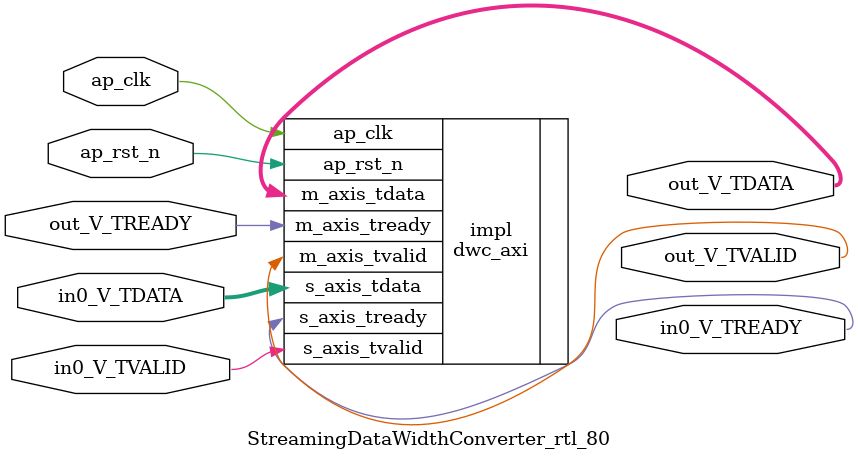
<source format=v>
/******************************************************************************
 * Copyright (C) 2023, Advanced Micro Devices, Inc.
 * All rights reserved.
 *
 * Redistribution and use in source and binary forms, with or without
 * modification, are permitted provided that the following conditions are met:
 *
 *  1. Redistributions of source code must retain the above copyright notice,
 *     this list of conditions and the following disclaimer.
 *
 *  2. Redistributions in binary form must reproduce the above copyright
 *     notice, this list of conditions and the following disclaimer in the
 *     documentation and/or other materials provided with the distribution.
 *
 *  3. Neither the name of the copyright holder nor the names of its
 *     contributors may be used to endorse or promote products derived from
 *     this software without specific prior written permission.
 *
 * THIS SOFTWARE IS PROVIDED BY THE COPYRIGHT HOLDERS AND CONTRIBUTORS "AS IS"
 * AND ANY EXPRESS OR IMPLIED WARRANTIES, INCLUDING, BUT NOT LIMITED TO,
 * THE IMPLIED WARRANTIES OF MERCHANTABILITY AND FITNESS FOR A PARTICULAR
 * PURPOSE ARE DISCLAIMED. IN NO EVENT SHALL THE COPYRIGHT HOLDER OR
 * CONTRIBUTORS BE LIABLE FOR ANY DIRECT, INDIRECT, INCIDENTAL, SPECIAL,
 * EXEMPLARY, OR CONSEQUENTIAL DAMAGES (INCLUDING, BUT NOT LIMITED TO,
 * PROCUREMENT OF SUBSTITUTE GOODS OR SERVICES; LOSS OF USE, DATA, OR PROFITS;
 * OR BUSINESS INTERRUPTION). HOWEVER CAUSED AND ON ANY THEORY OF LIABILITY,
 * WHETHER IN CONTRACT, STRICT LIABILITY, OR TORT (INCLUDING NEGLIGENCE OR
 * OTHERWISE) ARISING IN ANY WAY OUT OF THE USE OF THIS SOFTWARE, EVEN IF
 * ADVISED OF THE POSSIBILITY OF SUCH DAMAGE.
 *****************************************************************************/

module StreamingDataWidthConverter_rtl_80 #(
	parameter  IBITS = 250,
	parameter  OBITS = 5,

	parameter  AXI_IBITS = (IBITS+7)/8 * 8,
	parameter  AXI_OBITS = (OBITS+7)/8 * 8
)(
	//- Global Control ------------------
	(* X_INTERFACE_INFO = "xilinx.com:signal:clock:1.0 ap_clk CLK" *)
	(* X_INTERFACE_PARAMETER = "ASSOCIATED_BUSIF in0_V:out_V, ASSOCIATED_RESET ap_rst_n" *)
	input	ap_clk,
	(* X_INTERFACE_PARAMETER = "POLARITY ACTIVE_LOW" *)
	input	ap_rst_n,

	//- AXI Stream - Input --------------
	output	in0_V_TREADY,
	input	in0_V_TVALID,
	input	[AXI_IBITS-1:0]  in0_V_TDATA,

	//- AXI Stream - Output -------------
	input	out_V_TREADY,
	output	out_V_TVALID,
	output	[AXI_OBITS-1:0]  out_V_TDATA
);

	dwc_axi #(
		.IBITS(IBITS),
		.OBITS(OBITS)
	) impl (
		.ap_clk(ap_clk),
		.ap_rst_n(ap_rst_n),
		.s_axis_tready(in0_V_TREADY),
		.s_axis_tvalid(in0_V_TVALID),
		.s_axis_tdata(in0_V_TDATA),
		.m_axis_tready(out_V_TREADY),
		.m_axis_tvalid(out_V_TVALID),
		.m_axis_tdata(out_V_TDATA)
	);

endmodule

</source>
